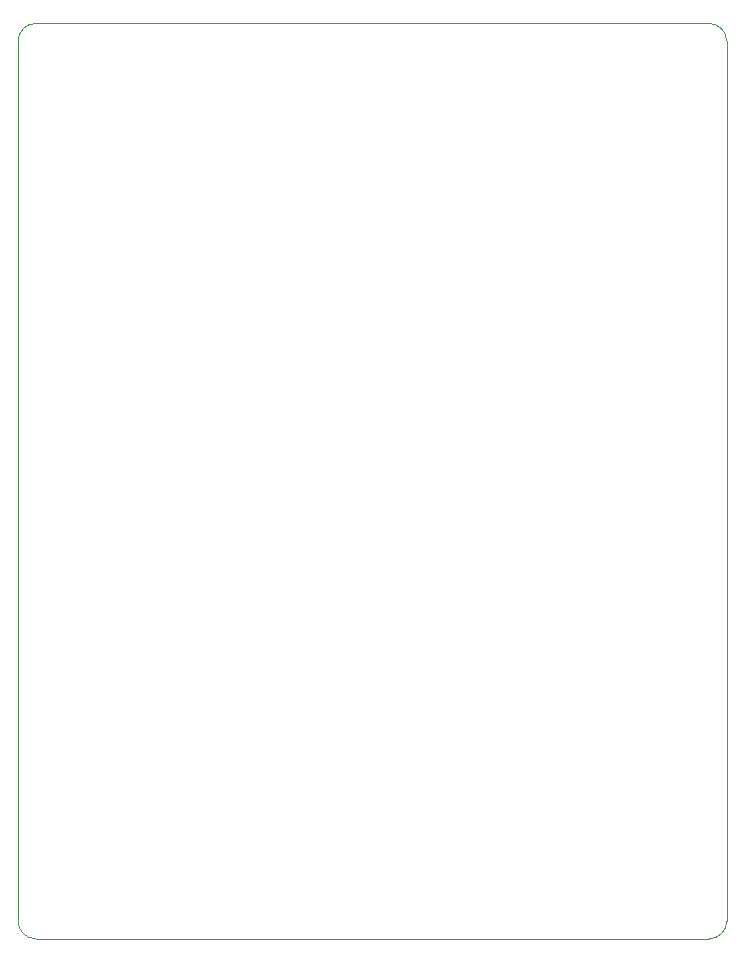
<source format=gbr>
%TF.GenerationSoftware,KiCad,Pcbnew,8.0.5*%
%TF.CreationDate,2024-10-24T23:33:23-07:00*%
%TF.ProjectId,HackPad,4861636b-5061-4642-9e6b-696361645f70,rev?*%
%TF.SameCoordinates,Original*%
%TF.FileFunction,Profile,NP*%
%FSLAX46Y46*%
G04 Gerber Fmt 4.6, Leading zero omitted, Abs format (unit mm)*
G04 Created by KiCad (PCBNEW 8.0.5) date 2024-10-24 23:33:23*
%MOMM*%
%LPD*%
G01*
G04 APERTURE LIST*
%TA.AperFunction,Profile*%
%ADD10C,0.050000*%
%TD*%
G04 APERTURE END LIST*
D10*
X40000000Y-44500000D02*
G75*
G02*
X41500000Y-43000000I1500000J0D01*
G01*
X98500000Y-43000000D02*
X41500000Y-43000000D01*
X40000000Y-44500000D02*
X40000000Y-119000000D01*
X41500000Y-120500000D02*
X98500000Y-120500000D01*
X100000000Y-119000000D02*
X100000000Y-44500000D01*
X41500000Y-120500000D02*
G75*
G02*
X40000000Y-119000000I0J1500000D01*
G01*
X98500000Y-43000000D02*
G75*
G02*
X100000000Y-44500000I0J-1500000D01*
G01*
X100000000Y-119000000D02*
G75*
G02*
X98500000Y-120500000I-1500000J0D01*
G01*
M02*

</source>
